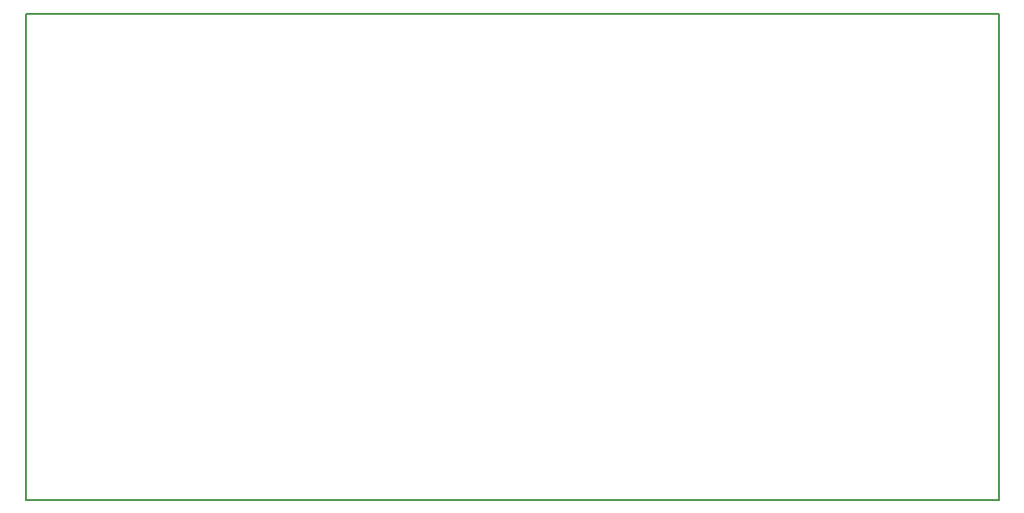
<source format=gbr>
G04 start of page 4 for group 2 idx 2 *
G04 Title: (unknown), outline *
G04 Creator: pcb 20110918 *
G04 CreationDate: Tue 05 Feb 2013 03:16:39 AM GMT UTC *
G04 For: railfan *
G04 Format: Gerber/RS-274X *
G04 PCB-Dimensions: 350000 175000 *
G04 PCB-Coordinate-Origin: lower left *
%MOIN*%
%FSLAX25Y25*%
%LNOUTLINE*%
%ADD51C,0.0080*%
G54D51*X0Y175000D02*Y0D01*
Y175000D02*X350000D01*
X0Y0D02*X350000D01*
Y175000D02*Y0D01*
M02*

</source>
